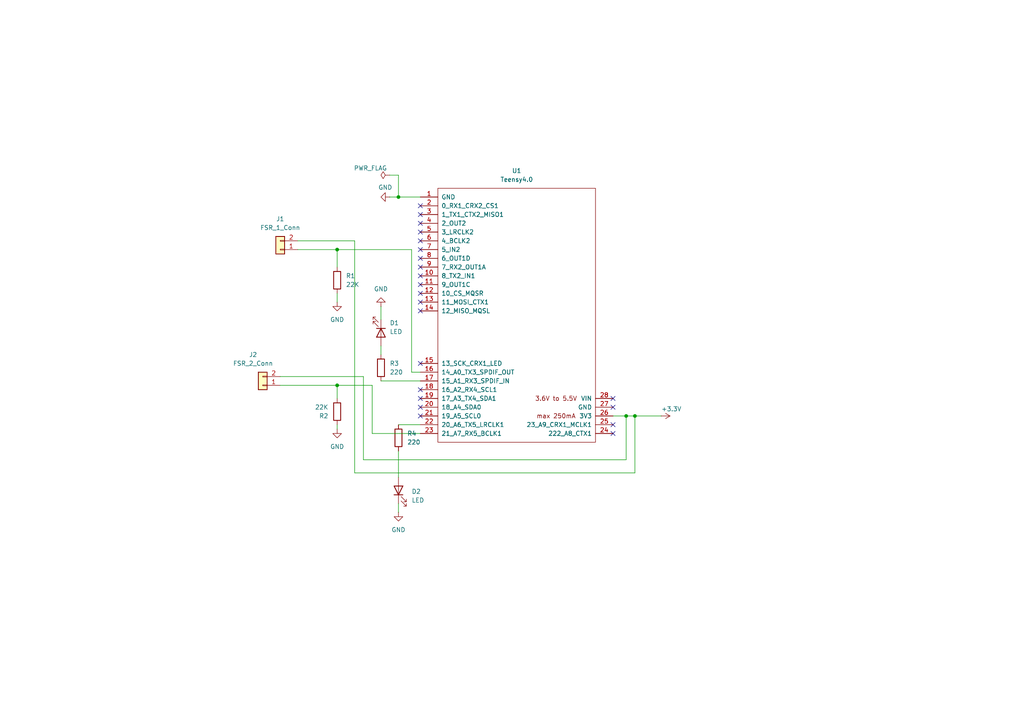
<source format=kicad_sch>
(kicad_sch
	(version 20250114)
	(generator "eeschema")
	(generator_version "9.0")
	(uuid "0f9d3a32-f3bd-407c-9486-2d63071198af")
	(paper "A4")
	(title_block
		(title "FSR Prototype 1")
		(date "2025-06-18")
		(rev "1")
	)
	(lib_symbols
		(symbol "Connector_Generic:Conn_01x02"
			(pin_names
				(offset 1.016)
				(hide yes)
			)
			(exclude_from_sim no)
			(in_bom yes)
			(on_board yes)
			(property "Reference" "J"
				(at 0 2.54 0)
				(effects
					(font
						(size 1.27 1.27)
					)
				)
			)
			(property "Value" "Conn_01x02"
				(at 0 -5.08 0)
				(effects
					(font
						(size 1.27 1.27)
					)
				)
			)
			(property "Footprint" ""
				(at 0 0 0)
				(effects
					(font
						(size 1.27 1.27)
					)
					(hide yes)
				)
			)
			(property "Datasheet" "~"
				(at 0 0 0)
				(effects
					(font
						(size 1.27 1.27)
					)
					(hide yes)
				)
			)
			(property "Description" "Generic connector, single row, 01x02, script generated (kicad-library-utils/schlib/autogen/connector/)"
				(at 0 0 0)
				(effects
					(font
						(size 1.27 1.27)
					)
					(hide yes)
				)
			)
			(property "ki_keywords" "connector"
				(at 0 0 0)
				(effects
					(font
						(size 1.27 1.27)
					)
					(hide yes)
				)
			)
			(property "ki_fp_filters" "Connector*:*_1x??_*"
				(at 0 0 0)
				(effects
					(font
						(size 1.27 1.27)
					)
					(hide yes)
				)
			)
			(symbol "Conn_01x02_1_1"
				(rectangle
					(start -1.27 1.27)
					(end 1.27 -3.81)
					(stroke
						(width 0.254)
						(type default)
					)
					(fill
						(type background)
					)
				)
				(rectangle
					(start -1.27 0.127)
					(end 0 -0.127)
					(stroke
						(width 0.1524)
						(type default)
					)
					(fill
						(type none)
					)
				)
				(rectangle
					(start -1.27 -2.413)
					(end 0 -2.667)
					(stroke
						(width 0.1524)
						(type default)
					)
					(fill
						(type none)
					)
				)
				(pin passive line
					(at -5.08 0 0)
					(length 3.81)
					(name "Pin_1"
						(effects
							(font
								(size 1.27 1.27)
							)
						)
					)
					(number "1"
						(effects
							(font
								(size 1.27 1.27)
							)
						)
					)
				)
				(pin passive line
					(at -5.08 -2.54 0)
					(length 3.81)
					(name "Pin_2"
						(effects
							(font
								(size 1.27 1.27)
							)
						)
					)
					(number "2"
						(effects
							(font
								(size 1.27 1.27)
							)
						)
					)
				)
			)
			(embedded_fonts no)
		)
		(symbol "Device:LED"
			(pin_numbers
				(hide yes)
			)
			(pin_names
				(offset 1.016)
				(hide yes)
			)
			(exclude_from_sim no)
			(in_bom yes)
			(on_board yes)
			(property "Reference" "D"
				(at 0 2.54 0)
				(effects
					(font
						(size 1.27 1.27)
					)
				)
			)
			(property "Value" "LED"
				(at 0 -2.54 0)
				(effects
					(font
						(size 1.27 1.27)
					)
				)
			)
			(property "Footprint" ""
				(at 0 0 0)
				(effects
					(font
						(size 1.27 1.27)
					)
					(hide yes)
				)
			)
			(property "Datasheet" "~"
				(at 0 0 0)
				(effects
					(font
						(size 1.27 1.27)
					)
					(hide yes)
				)
			)
			(property "Description" "Light emitting diode"
				(at 0 0 0)
				(effects
					(font
						(size 1.27 1.27)
					)
					(hide yes)
				)
			)
			(property "Sim.Pins" "1=K 2=A"
				(at 0 0 0)
				(effects
					(font
						(size 1.27 1.27)
					)
					(hide yes)
				)
			)
			(property "ki_keywords" "LED diode"
				(at 0 0 0)
				(effects
					(font
						(size 1.27 1.27)
					)
					(hide yes)
				)
			)
			(property "ki_fp_filters" "LED* LED_SMD:* LED_THT:*"
				(at 0 0 0)
				(effects
					(font
						(size 1.27 1.27)
					)
					(hide yes)
				)
			)
			(symbol "LED_0_1"
				(polyline
					(pts
						(xy -3.048 -0.762) (xy -4.572 -2.286) (xy -3.81 -2.286) (xy -4.572 -2.286) (xy -4.572 -1.524)
					)
					(stroke
						(width 0)
						(type default)
					)
					(fill
						(type none)
					)
				)
				(polyline
					(pts
						(xy -1.778 -0.762) (xy -3.302 -2.286) (xy -2.54 -2.286) (xy -3.302 -2.286) (xy -3.302 -1.524)
					)
					(stroke
						(width 0)
						(type default)
					)
					(fill
						(type none)
					)
				)
				(polyline
					(pts
						(xy -1.27 0) (xy 1.27 0)
					)
					(stroke
						(width 0)
						(type default)
					)
					(fill
						(type none)
					)
				)
				(polyline
					(pts
						(xy -1.27 -1.27) (xy -1.27 1.27)
					)
					(stroke
						(width 0.254)
						(type default)
					)
					(fill
						(type none)
					)
				)
				(polyline
					(pts
						(xy 1.27 -1.27) (xy 1.27 1.27) (xy -1.27 0) (xy 1.27 -1.27)
					)
					(stroke
						(width 0.254)
						(type default)
					)
					(fill
						(type none)
					)
				)
			)
			(symbol "LED_1_1"
				(pin passive line
					(at -3.81 0 0)
					(length 2.54)
					(name "K"
						(effects
							(font
								(size 1.27 1.27)
							)
						)
					)
					(number "1"
						(effects
							(font
								(size 1.27 1.27)
							)
						)
					)
				)
				(pin passive line
					(at 3.81 0 180)
					(length 2.54)
					(name "A"
						(effects
							(font
								(size 1.27 1.27)
							)
						)
					)
					(number "2"
						(effects
							(font
								(size 1.27 1.27)
							)
						)
					)
				)
			)
			(embedded_fonts no)
		)
		(symbol "Device:R"
			(pin_numbers
				(hide yes)
			)
			(pin_names
				(offset 0)
			)
			(exclude_from_sim no)
			(in_bom yes)
			(on_board yes)
			(property "Reference" "R"
				(at 2.032 0 90)
				(effects
					(font
						(size 1.27 1.27)
					)
				)
			)
			(property "Value" "R"
				(at 0 0 90)
				(effects
					(font
						(size 1.27 1.27)
					)
				)
			)
			(property "Footprint" ""
				(at -1.778 0 90)
				(effects
					(font
						(size 1.27 1.27)
					)
					(hide yes)
				)
			)
			(property "Datasheet" "~"
				(at 0 0 0)
				(effects
					(font
						(size 1.27 1.27)
					)
					(hide yes)
				)
			)
			(property "Description" "Resistor"
				(at 0 0 0)
				(effects
					(font
						(size 1.27 1.27)
					)
					(hide yes)
				)
			)
			(property "ki_keywords" "R res resistor"
				(at 0 0 0)
				(effects
					(font
						(size 1.27 1.27)
					)
					(hide yes)
				)
			)
			(property "ki_fp_filters" "R_*"
				(at 0 0 0)
				(effects
					(font
						(size 1.27 1.27)
					)
					(hide yes)
				)
			)
			(symbol "R_0_1"
				(rectangle
					(start -1.016 -2.54)
					(end 1.016 2.54)
					(stroke
						(width 0.254)
						(type default)
					)
					(fill
						(type none)
					)
				)
			)
			(symbol "R_1_1"
				(pin passive line
					(at 0 3.81 270)
					(length 1.27)
					(name "~"
						(effects
							(font
								(size 1.27 1.27)
							)
						)
					)
					(number "1"
						(effects
							(font
								(size 1.27 1.27)
							)
						)
					)
				)
				(pin passive line
					(at 0 -3.81 90)
					(length 1.27)
					(name "~"
						(effects
							(font
								(size 1.27 1.27)
							)
						)
					)
					(number "2"
						(effects
							(font
								(size 1.27 1.27)
							)
						)
					)
				)
			)
			(embedded_fonts no)
		)
		(symbol "power:+3.3V"
			(power)
			(pin_numbers
				(hide yes)
			)
			(pin_names
				(offset 0)
				(hide yes)
			)
			(exclude_from_sim no)
			(in_bom yes)
			(on_board yes)
			(property "Reference" "#PWR"
				(at 0 -3.81 0)
				(effects
					(font
						(size 1.27 1.27)
					)
					(hide yes)
				)
			)
			(property "Value" "+3.3V"
				(at 0 3.556 0)
				(effects
					(font
						(size 1.27 1.27)
					)
				)
			)
			(property "Footprint" ""
				(at 0 0 0)
				(effects
					(font
						(size 1.27 1.27)
					)
					(hide yes)
				)
			)
			(property "Datasheet" ""
				(at 0 0 0)
				(effects
					(font
						(size 1.27 1.27)
					)
					(hide yes)
				)
			)
			(property "Description" "Power symbol creates a global label with name \"+3.3V\""
				(at 0 0 0)
				(effects
					(font
						(size 1.27 1.27)
					)
					(hide yes)
				)
			)
			(property "ki_keywords" "global power"
				(at 0 0 0)
				(effects
					(font
						(size 1.27 1.27)
					)
					(hide yes)
				)
			)
			(symbol "+3.3V_0_1"
				(polyline
					(pts
						(xy -0.762 1.27) (xy 0 2.54)
					)
					(stroke
						(width 0)
						(type default)
					)
					(fill
						(type none)
					)
				)
				(polyline
					(pts
						(xy 0 2.54) (xy 0.762 1.27)
					)
					(stroke
						(width 0)
						(type default)
					)
					(fill
						(type none)
					)
				)
				(polyline
					(pts
						(xy 0 0) (xy 0 2.54)
					)
					(stroke
						(width 0)
						(type default)
					)
					(fill
						(type none)
					)
				)
			)
			(symbol "+3.3V_1_1"
				(pin power_in line
					(at 0 0 90)
					(length 0)
					(name "~"
						(effects
							(font
								(size 1.27 1.27)
							)
						)
					)
					(number "1"
						(effects
							(font
								(size 1.27 1.27)
							)
						)
					)
				)
			)
			(embedded_fonts no)
		)
		(symbol "power:GND"
			(power)
			(pin_numbers
				(hide yes)
			)
			(pin_names
				(offset 0)
				(hide yes)
			)
			(exclude_from_sim no)
			(in_bom yes)
			(on_board yes)
			(property "Reference" "#PWR"
				(at 0 -6.35 0)
				(effects
					(font
						(size 1.27 1.27)
					)
					(hide yes)
				)
			)
			(property "Value" "GND"
				(at 0 -3.81 0)
				(effects
					(font
						(size 1.27 1.27)
					)
				)
			)
			(property "Footprint" ""
				(at 0 0 0)
				(effects
					(font
						(size 1.27 1.27)
					)
					(hide yes)
				)
			)
			(property "Datasheet" ""
				(at 0 0 0)
				(effects
					(font
						(size 1.27 1.27)
					)
					(hide yes)
				)
			)
			(property "Description" "Power symbol creates a global label with name \"GND\" , ground"
				(at 0 0 0)
				(effects
					(font
						(size 1.27 1.27)
					)
					(hide yes)
				)
			)
			(property "ki_keywords" "global power"
				(at 0 0 0)
				(effects
					(font
						(size 1.27 1.27)
					)
					(hide yes)
				)
			)
			(symbol "GND_0_1"
				(polyline
					(pts
						(xy 0 0) (xy 0 -1.27) (xy 1.27 -1.27) (xy 0 -2.54) (xy -1.27 -1.27) (xy 0 -1.27)
					)
					(stroke
						(width 0)
						(type default)
					)
					(fill
						(type none)
					)
				)
			)
			(symbol "GND_1_1"
				(pin power_in line
					(at 0 0 270)
					(length 0)
					(name "~"
						(effects
							(font
								(size 1.27 1.27)
							)
						)
					)
					(number "1"
						(effects
							(font
								(size 1.27 1.27)
							)
						)
					)
				)
			)
			(embedded_fonts no)
		)
		(symbol "power:PWR_FLAG"
			(power)
			(pin_numbers
				(hide yes)
			)
			(pin_names
				(offset 0)
				(hide yes)
			)
			(exclude_from_sim no)
			(in_bom yes)
			(on_board yes)
			(property "Reference" "#FLG"
				(at 0 1.905 0)
				(effects
					(font
						(size 1.27 1.27)
					)
					(hide yes)
				)
			)
			(property "Value" "PWR_FLAG"
				(at 0 3.81 0)
				(effects
					(font
						(size 1.27 1.27)
					)
				)
			)
			(property "Footprint" ""
				(at 0 0 0)
				(effects
					(font
						(size 1.27 1.27)
					)
					(hide yes)
				)
			)
			(property "Datasheet" "~"
				(at 0 0 0)
				(effects
					(font
						(size 1.27 1.27)
					)
					(hide yes)
				)
			)
			(property "Description" "Special symbol for telling ERC where power comes from"
				(at 0 0 0)
				(effects
					(font
						(size 1.27 1.27)
					)
					(hide yes)
				)
			)
			(property "ki_keywords" "flag power"
				(at 0 0 0)
				(effects
					(font
						(size 1.27 1.27)
					)
					(hide yes)
				)
			)
			(symbol "PWR_FLAG_0_0"
				(pin power_out line
					(at 0 0 90)
					(length 0)
					(name "~"
						(effects
							(font
								(size 1.27 1.27)
							)
						)
					)
					(number "1"
						(effects
							(font
								(size 1.27 1.27)
							)
						)
					)
				)
			)
			(symbol "PWR_FLAG_0_1"
				(polyline
					(pts
						(xy 0 0) (xy 0 1.27) (xy -1.016 1.905) (xy 0 2.54) (xy 1.016 1.905) (xy 0 1.27)
					)
					(stroke
						(width 0)
						(type default)
					)
					(fill
						(type none)
					)
				)
			)
			(embedded_fonts no)
		)
		(symbol "teensy:Teensy4.0"
			(pin_names
				(offset 1.016)
			)
			(exclude_from_sim no)
			(in_bom yes)
			(on_board yes)
			(property "Reference" "U1"
				(at 0 41.91 0)
				(effects
					(font
						(size 1.27 1.27)
					)
				)
			)
			(property "Value" "Teensy4.0"
				(at 0 39.37 0)
				(effects
					(font
						(size 1.27 1.27)
					)
				)
			)
			(property "Footprint" "MyTeensyLiv:Teensy_4.0_Socketed"
				(at -10.16 5.08 0)
				(effects
					(font
						(size 1.27 1.27)
					)
					(hide yes)
				)
			)
			(property "Datasheet" ""
				(at -10.16 5.08 0)
				(effects
					(font
						(size 1.27 1.27)
					)
					(hide yes)
				)
			)
			(property "Description" ""
				(at 0 0 0)
				(effects
					(font
						(size 1.27 1.27)
					)
					(hide yes)
				)
			)
			(symbol "Teensy4.0_0_0"
				(text "3.6V to 5.5V"
					(at 11.43 -24.13 0)
					(effects
						(font
							(size 1.27 1.27)
						)
					)
				)
				(text "max 250mA"
					(at 11.43 -29.21 0)
					(effects
						(font
							(size 1.27 1.27)
						)
					)
				)
				(pin bidirectional line
					(at -27.94 24.13 0)
					(length 5.08)
					(name "3_LRCLK2"
						(effects
							(font
								(size 1.27 1.27)
							)
						)
					)
					(number "5"
						(effects
							(font
								(size 1.27 1.27)
							)
						)
					)
				)
				(pin bidirectional line
					(at -27.94 21.59 0)
					(length 5.08)
					(name "4_BCLK2"
						(effects
							(font
								(size 1.27 1.27)
							)
						)
					)
					(number "6"
						(effects
							(font
								(size 1.27 1.27)
							)
						)
					)
				)
				(pin bidirectional line
					(at -27.94 19.05 0)
					(length 5.08)
					(name "5_IN2"
						(effects
							(font
								(size 1.27 1.27)
							)
						)
					)
					(number "7"
						(effects
							(font
								(size 1.27 1.27)
							)
						)
					)
				)
				(pin bidirectional line
					(at -27.94 16.51 0)
					(length 5.08)
					(name "6_OUT1D"
						(effects
							(font
								(size 1.27 1.27)
							)
						)
					)
					(number "8"
						(effects
							(font
								(size 1.27 1.27)
							)
						)
					)
				)
				(pin bidirectional line
					(at -27.94 13.97 0)
					(length 5.08)
					(name "7_RX2_OUT1A"
						(effects
							(font
								(size 1.27 1.27)
							)
						)
					)
					(number "9"
						(effects
							(font
								(size 1.27 1.27)
							)
						)
					)
				)
				(pin bidirectional line
					(at -27.94 11.43 0)
					(length 5.08)
					(name "8_TX2_IN1"
						(effects
							(font
								(size 1.27 1.27)
							)
						)
					)
					(number "10"
						(effects
							(font
								(size 1.27 1.27)
							)
						)
					)
				)
				(pin bidirectional line
					(at -27.94 8.89 0)
					(length 5.08)
					(name "9_OUT1C"
						(effects
							(font
								(size 1.27 1.27)
							)
						)
					)
					(number "11"
						(effects
							(font
								(size 1.27 1.27)
							)
						)
					)
				)
				(pin bidirectional line
					(at -27.94 6.35 0)
					(length 5.08)
					(name "10_CS_MQSR"
						(effects
							(font
								(size 1.27 1.27)
							)
						)
					)
					(number "12"
						(effects
							(font
								(size 1.27 1.27)
							)
						)
					)
				)
				(pin bidirectional line
					(at -27.94 3.81 0)
					(length 5.08)
					(name "11_MOSI_CTX1"
						(effects
							(font
								(size 1.27 1.27)
							)
						)
					)
					(number "13"
						(effects
							(font
								(size 1.27 1.27)
							)
						)
					)
				)
				(pin bidirectional line
					(at -27.94 1.27 0)
					(length 5.08)
					(name "12_MISO_MQSL"
						(effects
							(font
								(size 1.27 1.27)
							)
						)
					)
					(number "14"
						(effects
							(font
								(size 1.27 1.27)
							)
						)
					)
				)
			)
			(symbol "Teensy4.0_0_1"
				(rectangle
					(start -22.86 36.83)
					(end 22.86 -36.83)
					(stroke
						(width 0)
						(type solid)
					)
					(fill
						(type none)
					)
				)
				(rectangle
					(start -20.32 -31.75)
					(end -20.32 -31.75)
					(stroke
						(width 0)
						(type solid)
					)
					(fill
						(type none)
					)
				)
			)
			(symbol "Teensy4.0_1_0"
				(pin bidirectional line
					(at -27.94 -13.97 0)
					(length 5.08)
					(name "13_SCK_CRX1_LED"
						(effects
							(font
								(size 1.27 1.27)
							)
						)
					)
					(number "15"
						(effects
							(font
								(size 1.27 1.27)
							)
						)
					)
				)
				(pin bidirectional line
					(at -27.94 -16.51 0)
					(length 5.08)
					(name "14_A0_TX3_SPDIF_OUT"
						(effects
							(font
								(size 1.27 1.27)
							)
						)
					)
					(number "16"
						(effects
							(font
								(size 1.27 1.27)
							)
						)
					)
				)
				(pin bidirectional line
					(at -27.94 -19.05 0)
					(length 5.08)
					(name "15_A1_RX3_SPDIF_IN"
						(effects
							(font
								(size 1.27 1.27)
							)
						)
					)
					(number "17"
						(effects
							(font
								(size 1.27 1.27)
							)
						)
					)
				)
				(pin bidirectional line
					(at -27.94 -21.59 0)
					(length 5.08)
					(name "16_A2_RX4_SCL1"
						(effects
							(font
								(size 1.27 1.27)
							)
						)
					)
					(number "18"
						(effects
							(font
								(size 1.27 1.27)
							)
						)
					)
				)
				(pin bidirectional line
					(at -27.94 -24.13 0)
					(length 5.08)
					(name "17_A3_TX4_SDA1"
						(effects
							(font
								(size 1.27 1.27)
							)
						)
					)
					(number "19"
						(effects
							(font
								(size 1.27 1.27)
							)
						)
					)
				)
				(pin bidirectional line
					(at -27.94 -26.67 0)
					(length 5.08)
					(name "18_A4_SDA0"
						(effects
							(font
								(size 1.27 1.27)
							)
						)
					)
					(number "20"
						(effects
							(font
								(size 1.27 1.27)
							)
						)
					)
				)
				(pin bidirectional line
					(at -27.94 -29.21 0)
					(length 5.08)
					(name "19_A5_SCL0"
						(effects
							(font
								(size 1.27 1.27)
							)
						)
					)
					(number "21"
						(effects
							(font
								(size 1.27 1.27)
							)
						)
					)
				)
				(pin bidirectional line
					(at -27.94 -31.75 0)
					(length 5.08)
					(name "20_A6_TX5_LRCLK1"
						(effects
							(font
								(size 1.27 1.27)
							)
						)
					)
					(number "22"
						(effects
							(font
								(size 1.27 1.27)
							)
						)
					)
				)
				(pin bidirectional line
					(at -27.94 -34.29 0)
					(length 5.08)
					(name "21_A7_RX5_BCLK1"
						(effects
							(font
								(size 1.27 1.27)
							)
						)
					)
					(number "23"
						(effects
							(font
								(size 1.27 1.27)
							)
						)
					)
				)
				(pin power_in line
					(at 27.94 -24.13 180)
					(length 5.08)
					(name "VIN"
						(effects
							(font
								(size 1.27 1.27)
							)
						)
					)
					(number "28"
						(effects
							(font
								(size 1.27 1.27)
							)
						)
					)
				)
				(pin power_in line
					(at 27.94 -26.67 180)
					(length 5.08)
					(name "GND"
						(effects
							(font
								(size 1.27 1.27)
							)
						)
					)
					(number "27"
						(effects
							(font
								(size 1.27 1.27)
							)
						)
					)
				)
				(pin power_out line
					(at 27.94 -29.21 180)
					(length 5.08)
					(name "3V3"
						(effects
							(font
								(size 1.27 1.27)
							)
						)
					)
					(number "26"
						(effects
							(font
								(size 1.27 1.27)
							)
						)
					)
				)
				(pin bidirectional line
					(at 27.94 -31.75 180)
					(length 5.08)
					(name "23_A9_CRX1_MCLK1"
						(effects
							(font
								(size 1.27 1.27)
							)
						)
					)
					(number "25"
						(effects
							(font
								(size 1.27 1.27)
							)
						)
					)
				)
				(pin bidirectional line
					(at 27.94 -34.29 180)
					(length 5.08)
					(name "222_A8_CTX1"
						(effects
							(font
								(size 1.27 1.27)
							)
						)
					)
					(number "24"
						(effects
							(font
								(size 1.27 1.27)
							)
						)
					)
				)
			)
			(symbol "Teensy4.0_1_1"
				(pin power_in line
					(at -27.94 34.29 0)
					(length 5.08)
					(name "GND"
						(effects
							(font
								(size 1.27 1.27)
							)
						)
					)
					(number "1"
						(effects
							(font
								(size 1.27 1.27)
							)
						)
					)
				)
				(pin bidirectional line
					(at -27.94 31.75 0)
					(length 5.08)
					(name "0_RX1_CRX2_CS1"
						(effects
							(font
								(size 1.27 1.27)
							)
						)
					)
					(number "2"
						(effects
							(font
								(size 1.27 1.27)
							)
						)
					)
				)
				(pin bidirectional line
					(at -27.94 29.21 0)
					(length 5.08)
					(name "1_TX1_CTX2_MISO1"
						(effects
							(font
								(size 1.27 1.27)
							)
						)
					)
					(number "3"
						(effects
							(font
								(size 1.27 1.27)
							)
						)
					)
				)
				(pin bidirectional line
					(at -27.94 26.67 0)
					(length 5.08)
					(name "2_OUT2"
						(effects
							(font
								(size 1.27 1.27)
							)
						)
					)
					(number "4"
						(effects
							(font
								(size 1.27 1.27)
							)
						)
					)
				)
			)
			(embedded_fonts no)
		)
	)
	(junction
		(at 184.15 120.65)
		(diameter 0)
		(color 0 0 0 0)
		(uuid "1c567515-395d-4bd7-8118-f91bdf10d58f")
	)
	(junction
		(at 181.61 120.65)
		(diameter 0)
		(color 0 0 0 0)
		(uuid "3695ac06-a727-41a1-9834-736fb593bfdf")
	)
	(junction
		(at 97.79 72.39)
		(diameter 0)
		(color 0 0 0 0)
		(uuid "46c67701-a72d-4800-aab7-89c8c3381b67")
	)
	(junction
		(at 97.79 111.76)
		(diameter 0)
		(color 0 0 0 0)
		(uuid "931cd64f-0f97-4afb-9fa4-49b6868b020f")
	)
	(junction
		(at 115.57 57.15)
		(diameter 0)
		(color 0 0 0 0)
		(uuid "d48675ef-a980-4166-a78c-ace926037b40")
	)
	(no_connect
		(at 177.8 118.11)
		(uuid "03db8339-4f3e-4604-b2d1-4aaa5b355fdf")
	)
	(no_connect
		(at 121.92 59.69)
		(uuid "0d22a1e1-d45d-46a0-b0ef-2804b7165aaf")
	)
	(no_connect
		(at 121.92 62.23)
		(uuid "0d9a6400-d286-4936-bcdb-21add7ba2057")
	)
	(no_connect
		(at 177.8 123.19)
		(uuid "102da1cc-cd84-4c05-8f2d-11232d1472d0")
	)
	(no_connect
		(at 121.92 120.65)
		(uuid "1ece9d11-b17d-4777-a128-0d198520bcf2")
	)
	(no_connect
		(at 121.92 87.63)
		(uuid "2dfb1628-8e71-4aff-8abe-5386618316ac")
	)
	(no_connect
		(at 121.92 69.85)
		(uuid "37f79f2e-4a1c-4339-87fe-50ce5c00e054")
	)
	(no_connect
		(at 121.92 82.55)
		(uuid "495490cd-1aef-415b-8a41-e90218c75040")
	)
	(no_connect
		(at 121.92 113.03)
		(uuid "4bb425c6-9cb6-4967-bbea-e44097aa331e")
	)
	(no_connect
		(at 121.92 85.09)
		(uuid "5753b84d-609e-426e-81b4-fae162797f24")
	)
	(no_connect
		(at 121.92 64.77)
		(uuid "636ada63-3324-4117-a2ea-4b1c316a6614")
	)
	(no_connect
		(at 121.92 72.39)
		(uuid "6d686dab-baae-4fc8-988c-bf34a92b86de")
	)
	(no_connect
		(at 121.92 115.57)
		(uuid "7d13af7a-40f2-4a7e-b336-6fe4fb147830")
	)
	(no_connect
		(at 121.92 77.47)
		(uuid "7f562155-597d-4457-84c2-fd846f3a53db")
	)
	(no_connect
		(at 121.92 74.93)
		(uuid "9fbe7873-2e1c-4762-9f40-08a68007732f")
	)
	(no_connect
		(at 121.92 90.17)
		(uuid "a0d74250-2e23-422d-9741-9c7259f570f7")
	)
	(no_connect
		(at 121.92 80.01)
		(uuid "bcc07905-00bf-45d5-a81a-2287ac772a6e")
	)
	(no_connect
		(at 121.92 67.31)
		(uuid "cce82d5c-d01c-4d4c-88e9-3575c96a973f")
	)
	(no_connect
		(at 177.8 125.73)
		(uuid "d3cb8f70-d5d4-457d-b0f5-22923f3c6939")
	)
	(no_connect
		(at 121.92 118.11)
		(uuid "ea4cc660-b448-4d3f-9a26-c91040223fbd")
	)
	(no_connect
		(at 177.8 115.57)
		(uuid "f67e7822-9683-4bc9-a269-54c95cd77f74")
	)
	(no_connect
		(at 121.92 105.41)
		(uuid "f8dd2212-004d-4183-a567-1e6fdb9fafc7")
	)
	(wire
		(pts
			(xy 105.41 133.35) (xy 181.61 133.35)
		)
		(stroke
			(width 0)
			(type default)
		)
		(uuid "0e8a4fdb-cb59-4688-980c-e61ee1a50470")
	)
	(wire
		(pts
			(xy 105.41 109.22) (xy 105.41 133.35)
		)
		(stroke
			(width 0)
			(type default)
		)
		(uuid "19d61adc-a6ae-499d-b95d-8acd1cd6cbfa")
	)
	(wire
		(pts
			(xy 86.36 69.85) (xy 102.87 69.85)
		)
		(stroke
			(width 0)
			(type default)
		)
		(uuid "24b33a8e-1ea3-461f-88d9-19e0010eb5ff")
	)
	(wire
		(pts
			(xy 115.57 123.19) (xy 121.92 123.19)
		)
		(stroke
			(width 0)
			(type default)
		)
		(uuid "262c4e3b-d2d9-45fd-bc56-2cd25a8b0b09")
	)
	(wire
		(pts
			(xy 107.95 111.76) (xy 107.95 125.73)
		)
		(stroke
			(width 0)
			(type default)
		)
		(uuid "26496f2e-e866-43ab-b645-0ad83d37628d")
	)
	(wire
		(pts
			(xy 81.28 109.22) (xy 105.41 109.22)
		)
		(stroke
			(width 0)
			(type default)
		)
		(uuid "3233b7e8-9702-469c-9d6c-94186dc559ae")
	)
	(wire
		(pts
			(xy 97.79 72.39) (xy 119.38 72.39)
		)
		(stroke
			(width 0)
			(type default)
		)
		(uuid "350ec60c-aaf3-488b-9cb8-63b1431b0fab")
	)
	(wire
		(pts
			(xy 110.49 110.49) (xy 121.92 110.49)
		)
		(stroke
			(width 0)
			(type default)
		)
		(uuid "3b6b7079-dda2-4503-856c-fe9d43de6b60")
	)
	(wire
		(pts
			(xy 115.57 50.8) (xy 115.57 57.15)
		)
		(stroke
			(width 0)
			(type default)
		)
		(uuid "442452b3-5b58-41e6-aadc-c52f9ab2bc6d")
	)
	(wire
		(pts
			(xy 110.49 100.33) (xy 110.49 102.87)
		)
		(stroke
			(width 0)
			(type default)
		)
		(uuid "567ede06-8430-4216-9e97-46739611fc47")
	)
	(wire
		(pts
			(xy 113.03 57.15) (xy 115.57 57.15)
		)
		(stroke
			(width 0)
			(type default)
		)
		(uuid "5be758ca-8437-4de5-9704-3033a5708c05")
	)
	(wire
		(pts
			(xy 115.57 130.81) (xy 115.57 138.43)
		)
		(stroke
			(width 0)
			(type default)
		)
		(uuid "5e72b2d6-33c2-41a4-9dbb-c390483f0d23")
	)
	(wire
		(pts
			(xy 115.57 146.05) (xy 115.57 148.59)
		)
		(stroke
			(width 0)
			(type default)
		)
		(uuid "68ddb3ce-0a2f-4e01-a1d8-0ffddd8af3be")
	)
	(wire
		(pts
			(xy 86.36 72.39) (xy 97.79 72.39)
		)
		(stroke
			(width 0)
			(type default)
		)
		(uuid "69b9eb21-9b3a-490f-b57b-9020e7ac510d")
	)
	(wire
		(pts
			(xy 102.87 137.16) (xy 184.15 137.16)
		)
		(stroke
			(width 0)
			(type default)
		)
		(uuid "6dc01667-42f8-456b-b064-af6a6f65ee69")
	)
	(wire
		(pts
			(xy 97.79 124.46) (xy 97.79 123.19)
		)
		(stroke
			(width 0)
			(type default)
		)
		(uuid "7cbd0e9c-d003-4e3d-bde6-d09065d66b2e")
	)
	(wire
		(pts
			(xy 97.79 85.09) (xy 97.79 87.63)
		)
		(stroke
			(width 0)
			(type default)
		)
		(uuid "7fba3a64-34de-4cb8-8e07-573761d4ffeb")
	)
	(wire
		(pts
			(xy 107.95 125.73) (xy 121.92 125.73)
		)
		(stroke
			(width 0)
			(type default)
		)
		(uuid "9bf85d43-cdd0-418a-bd11-ce7ba5e37fc9")
	)
	(wire
		(pts
			(xy 102.87 69.85) (xy 102.87 137.16)
		)
		(stroke
			(width 0)
			(type default)
		)
		(uuid "9e59590b-50f3-4bb2-aef3-ced7e7fc7034")
	)
	(wire
		(pts
			(xy 97.79 111.76) (xy 97.79 115.57)
		)
		(stroke
			(width 0)
			(type default)
		)
		(uuid "a112842b-175a-4640-a2b1-90b0bb707b9a")
	)
	(wire
		(pts
			(xy 115.57 57.15) (xy 121.92 57.15)
		)
		(stroke
			(width 0)
			(type default)
		)
		(uuid "a4c0cde8-c816-48ac-b3f5-f18464d4e9c9")
	)
	(wire
		(pts
			(xy 177.8 120.65) (xy 181.61 120.65)
		)
		(stroke
			(width 0)
			(type default)
		)
		(uuid "adaabd88-d8e2-4110-9a70-35b8b391251f")
	)
	(wire
		(pts
			(xy 81.28 111.76) (xy 97.79 111.76)
		)
		(stroke
			(width 0)
			(type default)
		)
		(uuid "b593510e-adfe-497d-a809-31017e8d2007")
	)
	(wire
		(pts
			(xy 184.15 120.65) (xy 191.77 120.65)
		)
		(stroke
			(width 0)
			(type default)
		)
		(uuid "ba9d1082-7dfb-407b-9a9e-057a93b8828d")
	)
	(wire
		(pts
			(xy 97.79 72.39) (xy 97.79 77.47)
		)
		(stroke
			(width 0)
			(type default)
		)
		(uuid "bac80b60-0170-4f59-968b-3e575432bf44")
	)
	(wire
		(pts
			(xy 97.79 111.76) (xy 107.95 111.76)
		)
		(stroke
			(width 0)
			(type default)
		)
		(uuid "d5cba78a-994b-43e5-8933-1741b4f6a582")
	)
	(wire
		(pts
			(xy 113.03 50.8) (xy 115.57 50.8)
		)
		(stroke
			(width 0)
			(type default)
		)
		(uuid "da236d8f-6d7a-44c6-89c2-47a7c3f54913")
	)
	(wire
		(pts
			(xy 181.61 120.65) (xy 184.15 120.65)
		)
		(stroke
			(width 0)
			(type default)
		)
		(uuid "db7e6921-1bd1-45f8-a925-cefd83553aa1")
	)
	(wire
		(pts
			(xy 184.15 120.65) (xy 184.15 137.16)
		)
		(stroke
			(width 0)
			(type default)
		)
		(uuid "de061b7b-5098-42e8-8add-d149ebd9ebf9")
	)
	(wire
		(pts
			(xy 110.49 88.9) (xy 110.49 92.71)
		)
		(stroke
			(width 0)
			(type default)
		)
		(uuid "e3a099c2-d124-49e1-b0dd-85527bf7221e")
	)
	(wire
		(pts
			(xy 181.61 120.65) (xy 181.61 133.35)
		)
		(stroke
			(width 0)
			(type default)
		)
		(uuid "effa7668-6faa-47dd-baf3-12095bd29c57")
	)
	(wire
		(pts
			(xy 119.38 107.95) (xy 121.92 107.95)
		)
		(stroke
			(width 0)
			(type default)
		)
		(uuid "f017c40b-d6b3-4149-9c55-c37c89c5e6a9")
	)
	(wire
		(pts
			(xy 119.38 72.39) (xy 119.38 107.95)
		)
		(stroke
			(width 0)
			(type default)
		)
		(uuid "f59c9f4e-4d50-4fba-9437-3c5e1671b610")
	)
	(symbol
		(lib_id "power:GND")
		(at 115.57 148.59 0)
		(unit 1)
		(exclude_from_sim no)
		(in_bom yes)
		(on_board yes)
		(dnp no)
		(fields_autoplaced yes)
		(uuid "006e65c8-a933-42c6-89ac-120e8e550256")
		(property "Reference" "#PWR05"
			(at 115.57 154.94 0)
			(effects
				(font
					(size 1.27 1.27)
				)
				(hide yes)
			)
		)
		(property "Value" "GND"
			(at 115.57 153.67 0)
			(effects
				(font
					(size 1.27 1.27)
				)
			)
		)
		(property "Footprint" ""
			(at 115.57 148.59 0)
			(effects
				(font
					(size 1.27 1.27)
				)
				(hide yes)
			)
		)
		(property "Datasheet" ""
			(at 115.57 148.59 0)
			(effects
				(font
					(size 1.27 1.27)
				)
				(hide yes)
			)
		)
		(property "Description" "Power symbol creates a global label with name \"GND\" , ground"
			(at 115.57 148.59 0)
			(effects
				(font
					(size 1.27 1.27)
				)
				(hide yes)
			)
		)
		(pin "1"
			(uuid "569690f5-0a50-4163-ae1d-bc3ed47c3f59")
		)
		(instances
			(project ""
				(path "/0f9d3a32-f3bd-407c-9486-2d63071198af"
					(reference "#PWR05")
					(unit 1)
				)
			)
		)
	)
	(symbol
		(lib_id "power:GND")
		(at 97.79 87.63 0)
		(unit 1)
		(exclude_from_sim no)
		(in_bom yes)
		(on_board yes)
		(dnp no)
		(fields_autoplaced yes)
		(uuid "62595de8-1edd-4aba-8cc8-94f0134ff3f9")
		(property "Reference" "#PWR03"
			(at 97.79 93.98 0)
			(effects
				(font
					(size 1.27 1.27)
				)
				(hide yes)
			)
		)
		(property "Value" "GND"
			(at 97.79 92.71 0)
			(effects
				(font
					(size 1.27 1.27)
				)
			)
		)
		(property "Footprint" ""
			(at 97.79 87.63 0)
			(effects
				(font
					(size 1.27 1.27)
				)
				(hide yes)
			)
		)
		(property "Datasheet" ""
			(at 97.79 87.63 0)
			(effects
				(font
					(size 1.27 1.27)
				)
				(hide yes)
			)
		)
		(property "Description" "Power symbol creates a global label with name \"GND\" , ground"
			(at 97.79 87.63 0)
			(effects
				(font
					(size 1.27 1.27)
				)
				(hide yes)
			)
		)
		(pin "1"
			(uuid "fc021a5d-e8c6-4d84-ae5f-5185f5ac743c")
		)
		(instances
			(project "fsrPrototype1"
				(path "/0f9d3a32-f3bd-407c-9486-2d63071198af"
					(reference "#PWR03")
					(unit 1)
				)
			)
		)
	)
	(symbol
		(lib_id "Device:LED")
		(at 110.49 96.52 270)
		(unit 1)
		(exclude_from_sim no)
		(in_bom yes)
		(on_board yes)
		(dnp no)
		(fields_autoplaced yes)
		(uuid "64a29a4c-90f4-4f5b-aca8-e80415b3c584")
		(property "Reference" "D1"
			(at 113.03 93.6624 90)
			(effects
				(font
					(size 1.27 1.27)
				)
				(justify left)
			)
		)
		(property "Value" "LED"
			(at 113.03 96.2024 90)
			(effects
				(font
					(size 1.27 1.27)
				)
				(justify left)
			)
		)
		(property "Footprint" "LED_SMD:LED_1206_3216Metric"
			(at 110.49 96.52 0)
			(effects
				(font
					(size 1.27 1.27)
				)
				(hide yes)
			)
		)
		(property "Datasheet" "~"
			(at 110.49 96.52 0)
			(effects
				(font
					(size 1.27 1.27)
				)
				(hide yes)
			)
		)
		(property "Description" "Light emitting diode"
			(at 110.49 96.52 0)
			(effects
				(font
					(size 1.27 1.27)
				)
				(hide yes)
			)
		)
		(property "Sim.Pins" "1=K 2=A"
			(at 110.49 96.52 0)
			(effects
				(font
					(size 1.27 1.27)
				)
				(hide yes)
			)
		)
		(pin "1"
			(uuid "f2ac908b-6b9e-4980-80d2-56392c237bb2")
		)
		(pin "2"
			(uuid "d44a6da6-746b-4fbf-a90e-0f78f9766212")
		)
		(instances
			(project ""
				(path "/0f9d3a32-f3bd-407c-9486-2d63071198af"
					(reference "D1")
					(unit 1)
				)
			)
		)
	)
	(symbol
		(lib_id "Connector_Generic:Conn_01x02")
		(at 81.28 72.39 180)
		(unit 1)
		(exclude_from_sim no)
		(in_bom yes)
		(on_board yes)
		(dnp no)
		(fields_autoplaced yes)
		(uuid "6de8b14c-8cc5-43c1-b1b5-5411d68392fd")
		(property "Reference" "J1"
			(at 81.28 63.5 0)
			(effects
				(font
					(size 1.27 1.27)
				)
			)
		)
		(property "Value" "FSR_1_Conn"
			(at 81.28 66.04 0)
			(effects
				(font
					(size 1.27 1.27)
				)
			)
		)
		(property "Footprint" "Connector_Molex:Molex_KK-254_AE-6410-02A_1x02_P2.54mm_Vertical"
			(at 81.28 72.39 0)
			(effects
				(font
					(size 1.27 1.27)
				)
				(hide yes)
			)
		)
		(property "Datasheet" "~"
			(at 81.28 72.39 0)
			(effects
				(font
					(size 1.27 1.27)
				)
				(hide yes)
			)
		)
		(property "Description" "Generic connector, single row, 01x02, script generated (kicad-library-utils/schlib/autogen/connector/)"
			(at 81.28 72.39 0)
			(effects
				(font
					(size 1.27 1.27)
				)
				(hide yes)
			)
		)
		(pin "2"
			(uuid "802260d3-4712-4890-971a-09925add0608")
		)
		(pin "1"
			(uuid "2265ac1d-57ea-47cf-901c-47fab238f800")
		)
		(instances
			(project ""
				(path "/0f9d3a32-f3bd-407c-9486-2d63071198af"
					(reference "J1")
					(unit 1)
				)
			)
		)
	)
	(symbol
		(lib_id "power:+3.3V")
		(at 191.77 120.65 270)
		(unit 1)
		(exclude_from_sim no)
		(in_bom yes)
		(on_board yes)
		(dnp no)
		(uuid "768fa61b-7cbf-4a61-8eff-b7f6ea032eee")
		(property "Reference" "#PWR01"
			(at 187.96 120.65 0)
			(effects
				(font
					(size 1.27 1.27)
				)
				(hide yes)
			)
		)
		(property "Value" "+3.3V"
			(at 191.77 118.618 90)
			(effects
				(font
					(size 1.27 1.27)
				)
				(justify left)
			)
		)
		(property "Footprint" ""
			(at 191.77 120.65 0)
			(effects
				(font
					(size 1.27 1.27)
				)
				(hide yes)
			)
		)
		(property "Datasheet" ""
			(at 191.77 120.65 0)
			(effects
				(font
					(size 1.27 1.27)
				)
				(hide yes)
			)
		)
		(property "Description" "Power symbol creates a global label with name \"+3.3V\""
			(at 191.77 120.65 0)
			(effects
				(font
					(size 1.27 1.27)
				)
				(hide yes)
			)
		)
		(pin "1"
			(uuid "bb963e6b-2282-42a8-87d7-c20c0d8262ee")
		)
		(instances
			(project ""
				(path "/0f9d3a32-f3bd-407c-9486-2d63071198af"
					(reference "#PWR01")
					(unit 1)
				)
			)
		)
	)
	(symbol
		(lib_id "Device:R")
		(at 115.57 127 180)
		(unit 1)
		(exclude_from_sim no)
		(in_bom yes)
		(on_board yes)
		(dnp no)
		(fields_autoplaced yes)
		(uuid "813a68d0-1cc1-47f4-90ac-9981717f9e5b")
		(property "Reference" "R4"
			(at 118.11 125.7299 0)
			(effects
				(font
					(size 1.27 1.27)
				)
				(justify right)
			)
		)
		(property "Value" "220"
			(at 118.11 128.2699 0)
			(effects
				(font
					(size 1.27 1.27)
				)
				(justify right)
			)
		)
		(property "Footprint" "Resistor_SMD:R_1206_3216Metric"
			(at 117.348 127 90)
			(effects
				(font
					(size 1.27 1.27)
				)
				(hide yes)
			)
		)
		(property "Datasheet" "~"
			(at 115.57 127 0)
			(effects
				(font
					(size 1.27 1.27)
				)
				(hide yes)
			)
		)
		(property "Description" "Resistor"
			(at 115.57 127 0)
			(effects
				(font
					(size 1.27 1.27)
				)
				(hide yes)
			)
		)
		(pin "1"
			(uuid "82a3eaa1-39da-4437-b51f-9a57e4a54fb5")
		)
		(pin "2"
			(uuid "02563e2d-e089-4b36-a85e-9e717169bf69")
		)
		(instances
			(project "fsrPrototype1"
				(path "/0f9d3a32-f3bd-407c-9486-2d63071198af"
					(reference "R4")
					(unit 1)
				)
			)
		)
	)
	(symbol
		(lib_id "Connector_Generic:Conn_01x02")
		(at 76.2 111.76 180)
		(unit 1)
		(exclude_from_sim no)
		(in_bom yes)
		(on_board yes)
		(dnp no)
		(uuid "84398cb3-df94-4c78-a185-9ebe73e46911")
		(property "Reference" "J2"
			(at 73.406 102.87 0)
			(effects
				(font
					(size 1.27 1.27)
				)
			)
		)
		(property "Value" "FSR_2_Conn"
			(at 73.406 105.41 0)
			(effects
				(font
					(size 1.27 1.27)
				)
			)
		)
		(property "Footprint" "Connector_Molex:Molex_KK-254_AE-6410-02A_1x02_P2.54mm_Vertical"
			(at 76.2 111.76 0)
			(effects
				(font
					(size 1.27 1.27)
				)
				(hide yes)
			)
		)
		(property "Datasheet" "~"
			(at 76.2 111.76 0)
			(effects
				(font
					(size 1.27 1.27)
				)
				(hide yes)
			)
		)
		(property "Description" "Generic connector, single row, 01x02, script generated (kicad-library-utils/schlib/autogen/connector/)"
			(at 76.2 111.76 0)
			(effects
				(font
					(size 1.27 1.27)
				)
				(hide yes)
			)
		)
		(pin "1"
			(uuid "563ce45e-ffd1-4e83-a00c-d0ea94bd8a91")
		)
		(pin "2"
			(uuid "d3265c4f-aefa-456f-a7ed-1efb7f6f59af")
		)
		(instances
			(project ""
				(path "/0f9d3a32-f3bd-407c-9486-2d63071198af"
					(reference "J2")
					(unit 1)
				)
			)
		)
	)
	(symbol
		(lib_id "power:GND")
		(at 97.79 124.46 0)
		(unit 1)
		(exclude_from_sim no)
		(in_bom yes)
		(on_board yes)
		(dnp no)
		(fields_autoplaced yes)
		(uuid "9b589df4-4d7f-44a9-beed-4147875bed9e")
		(property "Reference" "#PWR04"
			(at 97.79 130.81 0)
			(effects
				(font
					(size 1.27 1.27)
				)
				(hide yes)
			)
		)
		(property "Value" "GND"
			(at 97.79 129.54 0)
			(effects
				(font
					(size 1.27 1.27)
				)
			)
		)
		(property "Footprint" ""
			(at 97.79 124.46 0)
			(effects
				(font
					(size 1.27 1.27)
				)
				(hide yes)
			)
		)
		(property "Datasheet" ""
			(at 97.79 124.46 0)
			(effects
				(font
					(size 1.27 1.27)
				)
				(hide yes)
			)
		)
		(property "Description" "Power symbol creates a global label with name \"GND\" , ground"
			(at 97.79 124.46 0)
			(effects
				(font
					(size 1.27 1.27)
				)
				(hide yes)
			)
		)
		(pin "1"
			(uuid "21d81f7a-7749-4134-8f7c-e647cd277c45")
		)
		(instances
			(project "fsrPrototype1"
				(path "/0f9d3a32-f3bd-407c-9486-2d63071198af"
					(reference "#PWR04")
					(unit 1)
				)
			)
		)
	)
	(symbol
		(lib_id "Device:R")
		(at 110.49 106.68 180)
		(unit 1)
		(exclude_from_sim no)
		(in_bom yes)
		(on_board yes)
		(dnp no)
		(fields_autoplaced yes)
		(uuid "9cb94c08-66a7-41e6-a78e-61549075425f")
		(property "Reference" "R3"
			(at 113.03 105.4099 0)
			(effects
				(font
					(size 1.27 1.27)
				)
				(justify right)
			)
		)
		(property "Value" "220"
			(at 113.03 107.9499 0)
			(effects
				(font
					(size 1.27 1.27)
				)
				(justify right)
			)
		)
		(property "Footprint" "Resistor_SMD:R_1206_3216Metric"
			(at 112.268 106.68 90)
			(effects
				(font
					(size 1.27 1.27)
				)
				(hide yes)
			)
		)
		(property "Datasheet" "~"
			(at 110.49 106.68 0)
			(effects
				(font
					(size 1.27 1.27)
				)
				(hide yes)
			)
		)
		(property "Description" "Resistor"
			(at 110.49 106.68 0)
			(effects
				(font
					(size 1.27 1.27)
				)
				(hide yes)
			)
		)
		(pin "1"
			(uuid "07b11121-1ad1-4c5f-b3cb-8db1f634f78e")
		)
		(pin "2"
			(uuid "44cf5b4d-9131-4d0b-9dfa-71257a759a7c")
		)
		(instances
			(project ""
				(path "/0f9d3a32-f3bd-407c-9486-2d63071198af"
					(reference "R3")
					(unit 1)
				)
			)
		)
	)
	(symbol
		(lib_id "Device:R")
		(at 97.79 81.28 180)
		(unit 1)
		(exclude_from_sim no)
		(in_bom yes)
		(on_board yes)
		(dnp no)
		(fields_autoplaced yes)
		(uuid "ad70696b-14ff-4df2-b321-0ba74aee4876")
		(property "Reference" "R1"
			(at 100.33 80.0099 0)
			(effects
				(font
					(size 1.27 1.27)
				)
				(justify right)
			)
		)
		(property "Value" "22K"
			(at 100.33 82.5499 0)
			(effects
				(font
					(size 1.27 1.27)
				)
				(justify right)
			)
		)
		(property "Footprint" "Resistor_SMD:R_1206_3216Metric"
			(at 99.568 81.28 90)
			(effects
				(font
					(size 1.27 1.27)
				)
				(hide yes)
			)
		)
		(property "Datasheet" "~"
			(at 97.79 81.28 0)
			(effects
				(font
					(size 1.27 1.27)
				)
				(hide yes)
			)
		)
		(property "Description" "Resistor"
			(at 97.79 81.28 0)
			(effects
				(font
					(size 1.27 1.27)
				)
				(hide yes)
			)
		)
		(pin "1"
			(uuid "d84e2adb-7d55-4890-8575-e5b7011c9f49")
		)
		(pin "2"
			(uuid "ed2dce96-8b40-4768-a2be-fc34492398eb")
		)
		(instances
			(project ""
				(path "/0f9d3a32-f3bd-407c-9486-2d63071198af"
					(reference "R1")
					(unit 1)
				)
			)
		)
	)
	(symbol
		(lib_id "power:PWR_FLAG")
		(at 113.03 50.8 90)
		(unit 1)
		(exclude_from_sim no)
		(in_bom yes)
		(on_board yes)
		(dnp no)
		(uuid "b62e9769-ef9f-42d9-8983-6acaeb32ca1b")
		(property "Reference" "#FLG02"
			(at 111.125 50.8 0)
			(effects
				(font
					(size 1.27 1.27)
				)
				(hide yes)
			)
		)
		(property "Value" "PWR_FLAG"
			(at 112.268 48.768 90)
			(effects
				(font
					(size 1.27 1.27)
				)
				(justify left)
			)
		)
		(property "Footprint" ""
			(at 113.03 50.8 0)
			(effects
				(font
					(size 1.27 1.27)
				)
				(hide yes)
			)
		)
		(property "Datasheet" "~"
			(at 113.03 50.8 0)
			(effects
				(font
					(size 1.27 1.27)
				)
				(hide yes)
			)
		)
		(property "Description" "Special symbol for telling ERC where power comes from"
			(at 113.03 50.8 0)
			(effects
				(font
					(size 1.27 1.27)
				)
				(hide yes)
			)
		)
		(pin "1"
			(uuid "638bbf86-e59b-465a-bf8a-de38fded64c9")
		)
		(instances
			(project "fsrPrototype1"
				(path "/0f9d3a32-f3bd-407c-9486-2d63071198af"
					(reference "#FLG02")
					(unit 1)
				)
			)
		)
	)
	(symbol
		(lib_id "power:GND")
		(at 110.49 88.9 180)
		(unit 1)
		(exclude_from_sim no)
		(in_bom yes)
		(on_board yes)
		(dnp no)
		(fields_autoplaced yes)
		(uuid "dddb2676-9fd5-41d1-81ba-f3f878294ffa")
		(property "Reference" "#PWR06"
			(at 110.49 82.55 0)
			(effects
				(font
					(size 1.27 1.27)
				)
				(hide yes)
			)
		)
		(property "Value" "GND"
			(at 110.49 83.82 0)
			(effects
				(font
					(size 1.27 1.27)
				)
			)
		)
		(property "Footprint" ""
			(at 110.49 88.9 0)
			(effects
				(font
					(size 1.27 1.27)
				)
				(hide yes)
			)
		)
		(property "Datasheet" ""
			(at 110.49 88.9 0)
			(effects
				(font
					(size 1.27 1.27)
				)
				(hide yes)
			)
		)
		(property "Description" "Power symbol creates a global label with name \"GND\" , ground"
			(at 110.49 88.9 0)
			(effects
				(font
					(size 1.27 1.27)
				)
				(hide yes)
			)
		)
		(pin "1"
			(uuid "ede5f083-01b9-4914-987e-0b5ea172ad87")
		)
		(instances
			(project "fsrPrototype1"
				(path "/0f9d3a32-f3bd-407c-9486-2d63071198af"
					(reference "#PWR06")
					(unit 1)
				)
			)
		)
	)
	(symbol
		(lib_id "teensy:Teensy4.0")
		(at 149.86 91.44 0)
		(unit 1)
		(exclude_from_sim no)
		(in_bom yes)
		(on_board yes)
		(dnp no)
		(fields_autoplaced yes)
		(uuid "df3c069e-c71a-4fdc-aca6-e8db7a47d33c")
		(property "Reference" "U1"
			(at 149.86 49.53 0)
			(effects
				(font
					(size 1.27 1.27)
				)
			)
		)
		(property "Value" "Teensy4.0"
			(at 149.86 52.07 0)
			(effects
				(font
					(size 1.27 1.27)
				)
			)
		)
		(property "Footprint" "MyTeensyLiv:Teensy_4.0_Socketed"
			(at 139.7 86.36 0)
			(effects
				(font
					(size 1.27 1.27)
				)
				(hide yes)
			)
		)
		(property "Datasheet" ""
			(at 139.7 86.36 0)
			(effects
				(font
					(size 1.27 1.27)
				)
				(hide yes)
			)
		)
		(property "Description" ""
			(at 149.86 91.44 0)
			(effects
				(font
					(size 1.27 1.27)
				)
				(hide yes)
			)
		)
		(pin "5"
			(uuid "b68c0644-c14d-42c7-b0bc-ba2778f9d4b5")
		)
		(pin "6"
			(uuid "8c9c59d4-2e07-4191-af3f-9bc3385e0bb8")
		)
		(pin "9"
			(uuid "ad63ae05-209b-45fc-a7fa-072c533e2651")
		)
		(pin "11"
			(uuid "800bc2f7-5842-4002-95e0-f0ee7c3d3d2b")
		)
		(pin "26"
			(uuid "f3f9280e-1eb3-4427-a2a3-61404889be0b")
		)
		(pin "23"
			(uuid "7efe55fc-ae5b-45b1-af5d-8e87d1062ebe")
		)
		(pin "10"
			(uuid "52577c99-f881-404d-b19b-f4b9bafbf7ce")
		)
		(pin "12"
			(uuid "c7d4c861-a9e1-4cd6-84b5-09de26f6964c")
		)
		(pin "13"
			(uuid "13e1fae6-8e32-4737-bbe4-426d53624f00")
		)
		(pin "20"
			(uuid "1f7b83b0-b205-4087-a907-ba247f65584c")
		)
		(pin "7"
			(uuid "48047477-7405-41fd-9723-7e8a2d2f7de6")
		)
		(pin "8"
			(uuid "906c2dd8-c7dc-4606-bbc2-f2860d95963a")
		)
		(pin "14"
			(uuid "e48b46cc-6195-411f-87d5-d316fb9e562c")
		)
		(pin "21"
			(uuid "d1fcdcc0-0286-45ef-8c42-3c0c0d40b80a")
		)
		(pin "22"
			(uuid "3a9cf8ea-1751-4cf8-be57-be7cb719cd8a")
		)
		(pin "24"
			(uuid "2a6bec45-99ac-4767-a0c0-29aee461917f")
		)
		(pin "25"
			(uuid "4d956278-38ce-436e-99b0-3dfde5da1213")
		)
		(pin "18"
			(uuid "5c8dfb3e-b452-48eb-9e8e-4018a2416228")
		)
		(pin "19"
			(uuid "6aef4a23-795e-4606-92dc-be19b0879561")
		)
		(pin "15"
			(uuid "f98e0652-50e8-4a5f-b993-492e7fa3e69d")
		)
		(pin "27"
			(uuid "5d69603f-dea2-4ed5-9367-f69a8998c5e4")
		)
		(pin "28"
			(uuid "22d6402a-670a-4b74-b100-b9f22a7f0081")
		)
		(pin "17"
			(uuid "571163b7-77bf-4d26-8dd1-dbdaafebb335")
		)
		(pin "16"
			(uuid "872158a3-1452-49a6-83f4-2c127d806a75")
		)
		(pin "2"
			(uuid "14a3d307-7b07-4d19-99f2-34dd59dc1792")
		)
		(pin "3"
			(uuid "b1f8d04e-3ba4-4640-8923-f2c35de857d4")
		)
		(pin "4"
			(uuid "8d600810-fc81-4c11-80d1-fab8ee553689")
		)
		(pin "1"
			(uuid "8300fcc5-5fd4-4fe6-84ba-e7530b9b88db")
		)
		(instances
			(project ""
				(path "/0f9d3a32-f3bd-407c-9486-2d63071198af"
					(reference "U1")
					(unit 1)
				)
			)
		)
	)
	(symbol
		(lib_id "power:GND")
		(at 113.03 57.15 270)
		(unit 1)
		(exclude_from_sim no)
		(in_bom yes)
		(on_board yes)
		(dnp no)
		(uuid "efa6a3be-1ed9-4039-a653-83f389590056")
		(property "Reference" "#PWR02"
			(at 106.68 57.15 0)
			(effects
				(font
					(size 1.27 1.27)
				)
				(hide yes)
			)
		)
		(property "Value" "GND"
			(at 113.792 54.356 90)
			(effects
				(font
					(size 1.27 1.27)
				)
				(justify right)
			)
		)
		(property "Footprint" ""
			(at 113.03 57.15 0)
			(effects
				(font
					(size 1.27 1.27)
				)
				(hide yes)
			)
		)
		(property "Datasheet" ""
			(at 113.03 57.15 0)
			(effects
				(font
					(size 1.27 1.27)
				)
				(hide yes)
			)
		)
		(property "Description" "Power symbol creates a global label with name \"GND\" , ground"
			(at 113.03 57.15 0)
			(effects
				(font
					(size 1.27 1.27)
				)
				(hide yes)
			)
		)
		(pin "1"
			(uuid "bd622e97-299e-4846-9e2d-f3b659da621b")
		)
		(instances
			(project ""
				(path "/0f9d3a32-f3bd-407c-9486-2d63071198af"
					(reference "#PWR02")
					(unit 1)
				)
			)
		)
	)
	(symbol
		(lib_id "Device:R")
		(at 97.79 119.38 180)
		(unit 1)
		(exclude_from_sim no)
		(in_bom yes)
		(on_board yes)
		(dnp no)
		(fields_autoplaced yes)
		(uuid "ff2c2d46-7eb4-4630-a087-00d6c7a9dfb3")
		(property "Reference" "R2"
			(at 95.25 120.6501 0)
			(effects
				(font
					(size 1.27 1.27)
				)
				(justify left)
			)
		)
		(property "Value" "22K"
			(at 95.25 118.1101 0)
			(effects
				(font
					(size 1.27 1.27)
				)
				(justify left)
			)
		)
		(property "Footprint" "Resistor_SMD:R_1206_3216Metric"
			(at 99.568 119.38 90)
			(effects
				(font
					(size 1.27 1.27)
				)
				(hide yes)
			)
		)
		(property "Datasheet" "~"
			(at 97.79 119.38 0)
			(effects
				(font
					(size 1.27 1.27)
				)
				(hide yes)
			)
		)
		(property "Description" "Resistor"
			(at 97.79 119.38 0)
			(effects
				(font
					(size 1.27 1.27)
				)
				(hide yes)
			)
		)
		(pin "1"
			(uuid "6819430f-c972-457a-867f-b561fdf04a6e")
		)
		(pin "2"
			(uuid "57ee91bf-315f-4da4-a561-c8602f549282")
		)
		(instances
			(project ""
				(path "/0f9d3a32-f3bd-407c-9486-2d63071198af"
					(reference "R2")
					(unit 1)
				)
			)
		)
	)
	(symbol
		(lib_id "Device:LED")
		(at 115.57 142.24 90)
		(unit 1)
		(exclude_from_sim no)
		(in_bom yes)
		(on_board yes)
		(dnp no)
		(fields_autoplaced yes)
		(uuid "ffb3298a-54bc-48b7-babd-f9f7a2703445")
		(property "Reference" "D2"
			(at 119.38 142.5574 90)
			(effects
				(font
					(size 1.27 1.27)
				)
				(justify right)
			)
		)
		(property "Value" "LED"
			(at 119.38 145.0974 90)
			(effects
				(font
					(size 1.27 1.27)
				)
				(justify right)
			)
		)
		(property "Footprint" "LED_SMD:LED_1206_3216Metric"
			(at 115.57 142.24 0)
			(effects
				(font
					(size 1.27 1.27)
				)
				(hide yes)
			)
		)
		(property "Datasheet" "~"
			(at 115.57 142.24 0)
			(effects
				(font
					(size 1.27 1.27)
				)
				(hide yes)
			)
		)
		(property "Description" "Light emitting diode"
			(at 115.57 142.24 0)
			(effects
				(font
					(size 1.27 1.27)
				)
				(hide yes)
			)
		)
		(property "Sim.Pins" "1=K 2=A"
			(at 115.57 142.24 0)
			(effects
				(font
					(size 1.27 1.27)
				)
				(hide yes)
			)
		)
		(pin "1"
			(uuid "a9e8b012-dbb2-4f0e-9f40-a6332286b3b1")
		)
		(pin "2"
			(uuid "a112069b-f72d-40e2-8e37-80b4eea04941")
		)
		(instances
			(project ""
				(path "/0f9d3a32-f3bd-407c-9486-2d63071198af"
					(reference "D2")
					(unit 1)
				)
			)
		)
	)
	(sheet_instances
		(path "/"
			(page "1")
		)
	)
	(embedded_fonts no)
)

</source>
